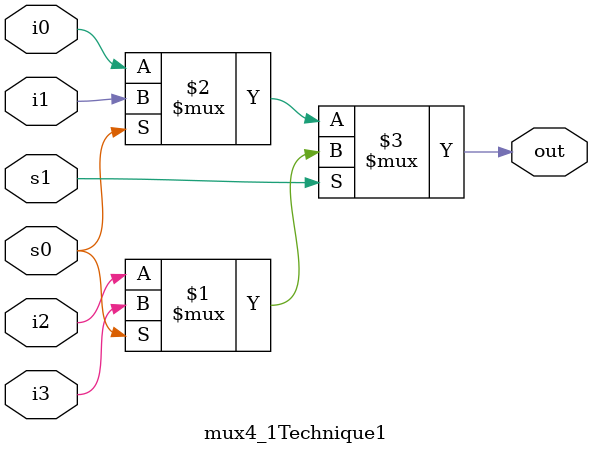
<source format=v>
module mux4_1Technique1(out, i0,i1,i2,i3, s0, s1);
     input i0, i1, i2, i3;
     input s0, s1;
     output out;
assign out = s1? (s0?i3:i2) : (s0?i1:i0);
endmodule 

</source>
